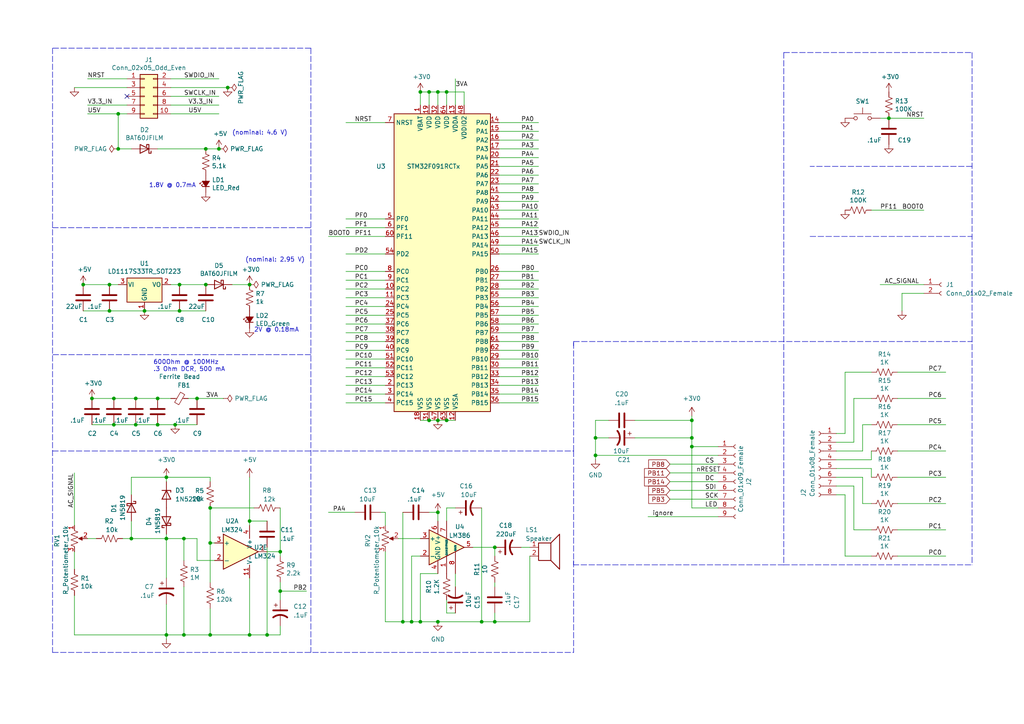
<source format=kicad_sch>
(kicad_sch (version 20211123) (generator eeschema)
  (paper "A4")
  (title_block (title "STM32F091 Dev Board") (date "2020-06-22") (rev "1"))
  (junction (at 39.37 123.19))
  (junction (at 72.39 184.15))
  (junction (at 59.69 43.18))
  (junction (at 66.04 25.4))
  (junction (at 200.66 127))
  (junction (at 200.66 129.54))
  (junction (at 127 26.67))
  (junction (at 172.72 132.08))
  (junction (at 143.51 158.75))
  (junction (at 143.51 180.34))
  (junction (at 129.54 121.92))
  (junction (at 39.37 115.57))
  (junction (at 48.26 184.15))
  (junction (at 60.96 147.32))
  (junction (at 52.07 90.17))
  (junction (at 116.84 180.34))
  (junction (at 121.92 180.34))
  (junction (at 53.34 184.15))
  (junction (at 139.7 180.34))
  (junction (at 48.26 138.43))
  (junction (at 124.46 121.92))
  (junction (at 52.07 82.55))
  (junction (at 121.92 26.67))
  (junction (at 45.72 123.19))
  (junction (at 34.29 33.02))
  (junction (at 77.47 184.15))
  (junction (at 257.81 34.29))
  (junction (at 124.46 26.67))
  (junction (at 33.02 115.57))
  (junction (at 127 180.34))
  (junction (at 38.1 156.21))
  (junction (at 129.54 26.67))
  (junction (at 81.28 160.02))
  (junction (at 127 148.59))
  (junction (at 127 121.92))
  (junction (at 81.28 171.45))
  (junction (at 72.39 151.13))
  (junction (at 31.75 90.17))
  (junction (at 119.38 180.34))
  (junction (at 59.69 82.55))
  (junction (at 50.8 123.19))
  (junction (at 41.91 90.17))
  (junction (at 60.96 184.15))
  (junction (at 200.66 121.92))
  (junction (at 60.96 157.48))
  (junction (at 72.39 82.55))
  (junction (at 48.26 156.21))
  (junction (at 26.67 115.57))
  (junction (at 34.29 43.18))
  (junction (at 172.72 127))
  (junction (at 63.5 43.18))
  (junction (at 45.72 115.57))
  (junction (at 33.02 123.19))
  (junction (at 24.13 82.55))
  (junction (at 57.15 115.57))
  (junction (at 31.75 82.55))
  (junction (at 53.34 156.21))
  (no_connect (at 36.83 27.94))
  (wire (pts (xy 172.72 121.92) (xy 172.72 127)))
  (wire (pts (xy 111.76 78.74) (xy 100.33 78.74)))
  (wire (pts (xy 144.78 63.5) (xy 156.21 63.5)))
  (wire (pts (xy 48.26 175.26) (xy 48.26 184.15)))
  (wire (pts (xy 255.27 34.29) (xy 257.81 34.29)))
  (wire (pts (xy 121.92 166.37) (xy 121.92 180.34)))
  (wire (pts (xy 48.26 138.43) (xy 60.96 138.43)))
  (wire (pts (xy 24.13 90.17) (xy 31.75 90.17)))
  (wire (pts (xy 153.67 161.29) (xy 153.67 180.34)))
  (wire (pts (xy 144.78 91.44) (xy 156.21 91.44)))
  (wire (pts (xy 38.1 138.43) (xy 48.26 138.43)))
  (wire (pts (xy 252.73 135.89) (xy 252.73 138.43)))
  (wire (pts (xy 144.78 60.96) (xy 156.21 60.96)))
  (wire (pts (xy 250.19 138.43) (xy 250.19 146.05)))
  (wire (pts (xy 127 180.34) (xy 139.7 180.34)))
  (wire (pts (xy 260.35 161.29) (xy 274.32 161.29)))
  (wire (pts (xy 200.66 120.65) (xy 200.66 121.92)))
  (wire (pts (xy 111.76 35.56) (xy 100.33 35.56)))
  (wire (pts (xy 111.76 63.5) (xy 100.33 63.5)))
  (wire (pts (xy 260.35 138.43) (xy 274.32 138.43)))
  (wire (pts (xy 41.91 90.17) (xy 52.07 90.17)))
  (wire (pts (xy 21.59 160.02) (xy 21.59 165.1)))
  (wire (pts (xy 34.29 43.18) (xy 38.1 43.18)))
  (wire (pts (xy 144.78 116.84) (xy 156.21 116.84)))
  (wire (pts (xy 124.46 30.48) (xy 124.46 26.67)))
  (wire (pts (xy 242.57 140.97) (xy 247.65 140.97)))
  (wire (pts (xy 49.53 27.94) (xy 63.5 27.94)))
  (wire (pts (xy 39.37 115.57) (xy 45.72 115.57)))
  (wire (pts (xy 129.54 177.8) (xy 132.08 177.8)))
  (wire (pts (xy 257.81 34.29) (xy 267.97 34.29)))
  (wire (pts (xy 129.54 173.99) (xy 129.54 177.8)))
  (wire (pts (xy 53.34 184.15) (xy 60.96 184.15)))
  (wire (pts (xy 53.34 156.21) (xy 57.15 156.21)))
  (wire (pts (xy 250.19 130.81) (xy 250.19 123.19)))
  (wire (pts (xy 111.76 180.34) (xy 116.84 180.34)))
  (wire (pts (xy 144.78 81.28) (xy 156.21 81.28)))
  (wire (pts (xy 48.26 156.21) (xy 53.34 156.21)))
  (wire (pts (xy 111.76 111.76) (xy 100.33 111.76)))
  (wire (pts (xy 129.54 30.48) (xy 129.54 26.67)))
  (wire (pts (xy 252.73 60.96) (xy 267.97 60.96)))
  (wire (pts (xy 245.11 125.73) (xy 245.11 107.95)))
  (wire (pts (xy 115.57 156.21) (xy 121.92 156.21)))
  (wire (pts (xy 261.62 85.09) (xy 261.62 90.17)))
  (wire (pts (xy 252.73 130.81) (xy 252.73 133.35)))
  (wire (pts (xy 200.66 127) (xy 200.66 121.92)))
  (wire (pts (xy 132.08 166.37) (xy 132.08 170.18)))
  (wire (pts (xy 172.72 132.08) (xy 172.72 133.35)))
  (wire (pts (xy 72.39 184.15) (xy 77.47 184.15)))
  (wire (pts (xy 54.61 115.57) (xy 57.15 115.57)))
  (wire (pts (xy 95.25 68.58) (xy 111.76 68.58)))
  (wire (pts (xy 151.13 158.75) (xy 153.67 158.75)))
  (wire (pts (xy 33.02 123.19) (xy 39.37 123.19)))
  (wire (pts (xy 144.78 68.58) (xy 156.21 68.58)))
  (wire (pts (xy 144.78 48.26) (xy 156.21 48.26)))
  (wire (pts (xy 260.35 130.81) (xy 274.32 130.81)))
  (polyline (pts (xy 166.37 99.06) (xy 166.37 100.33)))
  (wire (pts (xy 144.78 53.34) (xy 156.21 53.34)))
  (wire (pts (xy 111.76 83.82) (xy 100.33 83.82)))
  (wire (pts (xy 111.76 66.04) (xy 100.33 66.04)))
  (wire (pts (xy 172.72 127) (xy 172.72 132.08)))
  (wire (pts (xy 250.19 123.19) (xy 252.73 123.19)))
  (wire (pts (xy 77.47 184.15) (xy 81.28 184.15)))
  (wire (pts (xy 132.08 30.48) (xy 132.08 22.86)))
  (wire (pts (xy 52.07 90.17) (xy 59.69 90.17)))
  (wire (pts (xy 194.31 137.16) (xy 208.28 137.16)))
  (wire (pts (xy 119.38 161.29) (xy 121.92 161.29)))
  (wire (pts (xy 72.39 151.13) (xy 77.47 151.13)))
  (wire (pts (xy 48.26 138.43) (xy 48.26 139.7)))
  (wire (pts (xy 48.26 184.15) (xy 48.26 185.42)))
  (wire (pts (xy 127 151.13) (xy 127 148.59)))
  (wire (pts (xy 39.37 123.19) (xy 45.72 123.19)))
  (polyline (pts (xy 227.33 163.83) (xy 166.37 163.83)))
  (wire (pts (xy 72.39 167.64) (xy 72.39 184.15)))
  (wire (pts (xy 260.35 123.19) (xy 274.32 123.19)))
  (polyline (pts (xy 15.24 13.97) (xy 15.24 189.23)))
  (wire (pts (xy 129.54 121.92) (xy 132.08 121.92)))
  (wire (pts (xy 144.78 114.3) (xy 156.21 114.3)))
  (wire (pts (xy 36.83 22.86) (xy 25.4 22.86)))
  (wire (pts (xy 119.38 161.29) (xy 119.38 180.34)))
  (wire (pts (xy 127 30.48) (xy 127 26.67)))
  (wire (pts (xy 49.53 30.48) (xy 63.5 30.48)))
  (polyline (pts (xy 234.95 99.06) (xy 281.94 99.06)))
  (wire (pts (xy 208.28 129.54) (xy 200.66 129.54)))
  (wire (pts (xy 38.1 151.13) (xy 38.1 156.21)))
  (wire (pts (xy 184.15 127) (xy 200.66 127)))
  (wire (pts (xy 200.66 129.54) (xy 200.66 147.32)))
  (wire (pts (xy 247.65 140.97) (xy 247.65 153.67)))
  (wire (pts (xy 36.83 30.48) (xy 25.4 30.48)))
  (wire (pts (xy 21.59 137.16) (xy 21.59 152.4)))
  (wire (pts (xy 52.07 82.55) (xy 59.69 82.55)))
  (wire (pts (xy 111.76 91.44) (xy 100.33 91.44)))
  (wire (pts (xy 77.47 160.02) (xy 81.28 160.02)))
  (polyline (pts (xy 90.17 102.87) (xy 15.24 102.87)))
  (wire (pts (xy 21.59 184.15) (xy 48.26 184.15)))
  (wire (pts (xy 116.84 180.34) (xy 119.38 180.34)))
  (wire (pts (xy 48.26 154.94) (xy 48.26 156.21)))
  (wire (pts (xy 111.76 96.52) (xy 100.33 96.52)))
  (wire (pts (xy 33.02 115.57) (xy 39.37 115.57)))
  (wire (pts (xy 242.57 125.73) (xy 245.11 125.73)))
  (wire (pts (xy 24.13 82.55) (xy 31.75 82.55)))
  (wire (pts (xy 144.78 101.6) (xy 156.21 101.6)))
  (wire (pts (xy 144.78 104.14) (xy 156.21 104.14)))
  (wire (pts (xy 144.78 86.36) (xy 156.21 86.36)))
  (wire (pts (xy 111.76 81.28) (xy 100.33 81.28)))
  (wire (pts (xy 187.96 149.86) (xy 208.28 149.86)))
  (wire (pts (xy 45.72 123.19) (xy 50.8 123.19)))
  (wire (pts (xy 144.78 93.98) (xy 156.21 93.98)))
  (wire (pts (xy 111.76 116.84) (xy 100.33 116.84)))
  (wire (pts (xy 81.28 171.45) (xy 88.9 171.45)))
  (polyline (pts (xy 234.95 68.58) (xy 281.94 68.58)))
  (polyline (pts (xy 90.17 13.97) (xy 90.17 189.23)))
  (wire (pts (xy 26.67 123.19) (xy 33.02 123.19)))
  (wire (pts (xy 57.15 162.56) (xy 62.23 162.56)))
  (wire (pts (xy 121.92 26.67) (xy 124.46 26.67)))
  (wire (pts (xy 63.5 43.18) (xy 59.69 43.18)))
  (wire (pts (xy 267.97 85.09) (xy 261.62 85.09)))
  (wire (pts (xy 25.4 156.21) (xy 27.94 156.21)))
  (wire (pts (xy 260.35 146.05) (xy 274.32 146.05)))
  (wire (pts (xy 60.96 147.32) (xy 60.96 157.48)))
  (wire (pts (xy 242.57 130.81) (xy 250.19 130.81)))
  (wire (pts (xy 21.59 172.72) (xy 21.59 184.15)))
  (wire (pts (xy 77.47 158.75) (xy 77.47 184.15)))
  (wire (pts (xy 144.78 55.88) (xy 156.21 55.88)))
  (wire (pts (xy 242.57 133.35) (xy 252.73 133.35)))
  (wire (pts (xy 144.78 40.64) (xy 156.21 40.64)))
  (wire (pts (xy 60.96 157.48) (xy 62.23 157.48)))
  (wire (pts (xy 144.78 35.56) (xy 156.21 35.56)))
  (polyline (pts (xy 281.94 48.26) (xy 234.95 48.26)))
  (wire (pts (xy 200.66 147.32) (xy 208.28 147.32)))
  (wire (pts (xy 21.59 25.4) (xy 36.83 25.4)))
  (wire (pts (xy 49.53 82.55) (xy 52.07 82.55)))
  (polyline (pts (xy 166.37 163.83) (xy 166.37 162.56)))
  (wire (pts (xy 111.76 152.4) (xy 111.76 148.59)))
  (wire (pts (xy 144.78 111.76) (xy 156.21 111.76)))
  (wire (pts (xy 242.57 135.89) (xy 252.73 135.89)))
  (wire (pts (xy 144.78 109.22) (xy 156.21 109.22)))
  (wire (pts (xy 245.11 107.95) (xy 252.73 107.95)))
  (polyline (pts (xy 227.33 15.24) (xy 281.94 15.24)))
  (polyline (pts (xy 15.24 66.04) (xy 90.17 66.04)))
  (wire (pts (xy 260.35 115.57) (xy 274.32 115.57)))
  (wire (pts (xy 38.1 156.21) (xy 48.26 156.21)))
  (wire (pts (xy 72.39 138.43) (xy 72.39 151.13)))
  (wire (pts (xy 121.92 180.34) (xy 127 180.34)))
  (wire (pts (xy 247.65 115.57) (xy 252.73 115.57)))
  (wire (pts (xy 194.31 142.24) (xy 208.28 142.24)))
  (wire (pts (xy 57.15 156.21) (xy 57.15 162.56)))
  (wire (pts (xy 48.26 184.15) (xy 53.34 184.15)))
  (wire (pts (xy 129.54 26.67) (xy 134.62 26.67)))
  (wire (pts (xy 134.62 26.67) (xy 134.62 30.48)))
  (wire (pts (xy 124.46 26.67) (xy 127 26.67)))
  (wire (pts (xy 116.84 148.59) (xy 116.84 180.34)))
  (wire (pts (xy 144.78 96.52) (xy 156.21 96.52)))
  (wire (pts (xy 111.76 109.22) (xy 100.33 109.22)))
  (wire (pts (xy 81.28 160.02) (xy 81.28 161.29)))
  (wire (pts (xy 242.57 128.27) (xy 247.65 128.27)))
  (wire (pts (xy 121.92 121.92) (xy 124.46 121.92)))
  (wire (pts (xy 260.35 107.95) (xy 274.32 107.95)))
  (wire (pts (xy 172.72 127) (xy 176.53 127)))
  (wire (pts (xy 127 166.37) (xy 121.92 166.37)))
  (wire (pts (xy 49.53 33.02) (xy 63.5 33.02)))
  (wire (pts (xy 194.31 139.7) (xy 208.28 139.7)))
  (wire (pts (xy 48.26 156.21) (xy 48.26 167.64)))
  (wire (pts (xy 242.57 143.51) (xy 245.11 143.51)))
  (wire (pts (xy 60.96 138.43) (xy 60.96 139.7)))
  (wire (pts (xy 95.25 148.59) (xy 102.87 148.59)))
  (wire (pts (xy 144.78 43.18) (xy 156.21 43.18)))
  (wire (pts (xy 144.78 78.74) (xy 156.21 78.74)))
  (polyline (pts (xy 15.24 189.23) (xy 166.37 189.23)))
  (wire (pts (xy 111.76 104.14) (xy 100.33 104.14)))
  (polyline (pts (xy 227.33 15.24) (xy 227.33 163.83)))
  (wire (pts (xy 124.46 148.59) (xy 127 148.59)))
  (wire (pts (xy 119.38 180.34) (xy 121.92 180.34)))
  (wire (pts (xy 60.96 147.32) (xy 73.66 147.32)))
  (wire (pts (xy 250.19 146.05) (xy 252.73 146.05)))
  (wire (pts (xy 49.53 25.4) (xy 66.04 25.4)))
  (polyline (pts (xy 166.37 130.81) (xy 166.37 189.23)))
  (wire (pts (xy 260.35 153.67) (xy 274.32 153.67)))
  (wire (pts (xy 53.34 156.21) (xy 53.34 162.56)))
  (wire (pts (xy 143.51 177.8) (xy 143.51 180.34)))
  (wire (pts (xy 176.53 121.92) (xy 172.72 121.92)))
  (wire (pts (xy 34.29 33.02) (xy 25.4 33.02)))
  (wire (pts (xy 111.76 101.6) (xy 100.33 101.6)))
  (wire (pts (xy 143.51 168.91) (xy 143.51 170.18)))
  (wire (pts (xy 242.57 138.43) (xy 250.19 138.43)))
  (wire (pts (xy 139.7 147.32) (xy 139.7 180.34)))
  (wire (pts (xy 26.67 115.57) (xy 33.02 115.57)))
  (wire (pts (xy 144.78 50.8) (xy 156.21 50.8)))
  (wire (pts (xy 137.16 158.75) (xy 143.51 158.75)))
  (wire (pts (xy 50.8 123.19) (xy 57.15 123.19)))
  (wire (pts (xy 247.65 153.67) (xy 252.73 153.67)))
  (wire (pts (xy 72.39 151.13) (xy 72.39 152.4)))
  (wire (pts (xy 143.51 180.34) (xy 153.67 180.34)))
  (wire (pts (xy 59.69 43.18) (xy 45.72 43.18)))
  (wire (pts (xy 111.76 86.36) (xy 100.33 86.36)))
  (polyline (pts (xy 90.17 13.97) (xy 15.24 13.97)))
  (wire (pts (xy 110.49 148.59) (xy 111.76 148.59)))
  (wire (pts (xy 129.54 151.13) (xy 129.54 147.32)))
  (wire (pts (xy 172.72 132.08) (xy 208.28 132.08)))
  (wire (pts (xy 60.96 176.53) (xy 60.96 184.15)))
  (wire (pts (xy 81.28 181.61) (xy 81.28 184.15)))
  (wire (pts (xy 129.54 147.32) (xy 132.08 147.32)))
  (wire (pts (xy 144.78 71.12) (xy 156.21 71.12)))
  (wire (pts (xy 144.78 73.66) (xy 156.21 73.66)))
  (wire (pts (xy 45.72 115.57) (xy 49.53 115.57)))
  (wire (pts (xy 127 121.92) (xy 129.54 121.92)))
  (wire (pts (xy 38.1 156.21) (xy 35.56 156.21)))
  (wire (pts (xy 67.31 82.55) (xy 72.39 82.55)))
  (wire (pts (xy 49.53 22.86) (xy 63.5 22.86)))
  (wire (pts (xy 57.15 115.57) (xy 64.77 115.57)))
  (wire (pts (xy 200.66 121.92) (xy 184.15 121.92)))
  (wire (pts (xy 111.76 160.02) (xy 111.76 180.34)))
  (wire (pts (xy 247.65 128.27) (xy 247.65 115.57)))
  (wire (pts (xy 53.34 170.18) (xy 53.34 184.15)))
  (wire (pts (xy 81.28 173.99) (xy 81.28 171.45)))
  (wire (pts (xy 144.78 106.68) (xy 156.21 106.68)))
  (wire (pts (xy 111.76 99.06) (xy 100.33 99.06)))
  (wire (pts (xy 194.31 134.62) (xy 208.28 134.62)))
  (wire (pts (xy 144.78 66.04) (xy 156.21 66.04)))
  (wire (pts (xy 124.46 121.92) (xy 127 121.92)))
  (wire (pts (xy 31.75 90.17) (xy 41.91 90.17)))
  (wire (pts (xy 38.1 138.43) (xy 38.1 143.51)))
  (wire (pts (xy 60.96 184.15) (xy 72.39 184.15)))
  (wire (pts (xy 245.11 161.29) (xy 252.73 161.29)))
  (polyline (pts (xy 281.94 15.24) (xy 281.94 163.83)))
  (wire (pts (xy 144.78 38.1) (xy 156.21 38.1)))
  (wire (pts (xy 200.66 129.54) (xy 200.66 127)))
  (wire (pts (xy 144.78 58.42) (xy 156.21 58.42)))
  (wire (pts (xy 60.96 157.48) (xy 60.96 168.91)))
  (wire (pts (xy 34.29 82.55) (xy 31.75 82.55)))
  (wire (pts (xy 121.92 30.48) (xy 121.92 26.67)))
  (wire (pts (xy 34.29 33.02) (xy 34.29 43.18)))
  (wire (pts (xy 36.83 33.02) (xy 34.29 33.02)))
  (wire (pts (xy 111.76 93.98) (xy 100.33 93.98)))
  (wire (pts (xy 111.76 106.68) (xy 100.33 106.68)))
  (wire (pts (xy 245.11 143.51) (xy 245.11 161.29)))
  (wire (pts (xy 144.78 99.06) (xy 156.21 99.06)))
  (polyline (pts (xy 166.37 99.06) (xy 234.95 99.06)))
  (wire (pts (xy 81.28 147.32) (xy 81.28 160.02)))
  (wire (pts (xy 143.51 158.75) (xy 143.51 161.29)))
  (wire (pts (xy 255.27 82.55) (xy 267.97 82.55)))
  (wire (pts (xy 81.28 168.91) (xy 81.28 171.45)))
  (wire (pts (xy 144.78 88.9) (xy 156.21 88.9)))
  (polyline (pts (xy 166.37 130.81) (xy 166.37 99.06)))
  (wire (pts (xy 139.7 180.34) (xy 143.51 180.34)))
  (wire (pts (xy 144.78 83.82) (xy 156.21 83.82)))
  (wire (pts (xy 127 26.67) (xy 129.54 26.67)))
  (wire (pts (xy 144.78 45.72) (xy 156.21 45.72)))
  (wire (pts (xy 111.76 88.9) (xy 100.33 88.9)))
  (wire (pts (xy 194.31 144.78) (xy 208.28 144.78)))
  (wire (pts (xy 111.76 73.66) (xy 100.33 73.66)))
  (polyline (pts (xy 15.24 130.81) (xy 166.37 130.81)))
  (wire (pts (xy 111.76 114.3) (xy 100.33 114.3)))
  (polyline (pts (xy 227.33 163.83) (xy 281.94 163.83)))
  (text "600Ohm @ 100MHz\n.3 Ohm DCR, 500 mA" (at 44.45 107.95 0) (effects (font (size 1.27 1.27)) (justify left bottom)))
  (text "(nominal: 4.6 V)" (at 67.31 39.37 0) (effects (font (size 1.27 1.27)) (justify left bottom)))
  (text "2V @ 0.18mA" (at 73.66 96.52 0) (effects (font (size 1.27 1.27)) (justify left bottom)))
  (text "(nominal: 2.95 V)" (at 71.12 76.2 0) (effects (font (size 1.27 1.27)) (justify left bottom)))
  (text "1.8V @ 0.7mA" (at 43.18 54.61 0) (effects (font (size 1.27 1.27)) (justify left bottom)))
  (label "PA7" (at 151.13 53.34 0))
  (label "PA6" (at 151.13 50.8 0))
  (label "PA3" (at 151.13 43.18 0))
  (label "PF0" (at 102.87 63.5 0))
  (label "PB2" (at 85.09 171.45 0))
  (label "PF1" (at 102.87 66.04 0))
  (label "PB4" (at 151.13 88.9 0))
  (label "PC3" (at 102.87 86.36 0))
  (label "PC14" (at 102.87 114.3 0))
  (label "PA8" (at 151.13 55.88 0))
  (label "PC11" (at 102.87 106.68 0))
  (label "3VA" (at 59.69 115.57 0))
  (label "DC" (at 204.47 139.7 0))
  (label "AC_SIGNAL" (at 256.54 82.55 0))
  (label "U5V" (at 25.4 33.02 0))
  (label "PC6" (at 269.24 115.57 0))
  (label "PC0" (at 269.24 161.29 0))
  (label "PB10" (at 151.13 104.14 0))
  (label "PA2" (at 151.13 40.64 0))
  (label "LED" (at 204.47 147.32 0))
  (label "PD2" (at 102.87 73.66 0))
  (label "PC12" (at 102.87 109.22 0))
  (label "ignore" (at 189.23 149.86 0))
  (label "PB0" (at 151.13 78.74 0))
  (label "PB2" (at 151.13 83.82 0))
  (label "PA10" (at 151.13 60.96 0))
  (label "PA4" (at 96.52 148.59 0))
  (label "CS" (at 204.47 134.62 0))
  (label "PA15" (at 151.13 73.66 0))
  (label "PC1" (at 102.87 81.28 0))
  (label "PC7" (at 269.24 107.95 0))
  (label "PA11" (at 151.13 63.5 0))
  (label "PC5" (at 102.87 91.44 0))
  (label "NRST" (at 262.89 34.29 0))
  (label "PC5" (at 269.24 123.19 0))
  (label "PA0" (at 151.13 35.56 0))
  (label "PC2" (at 269.24 146.05 0))
  (label "PC4" (at 269.24 130.81 0))
  (label "U5V" (at 54.61 33.02 0))
  (label "PC3" (at 269.24 138.43 0))
  (label "3VA" (at 132.08 25.4 0))
  (label "PA1" (at 151.13 38.1 0))
  (label "PB14" (at 151.13 114.3 0))
  (label "PB11" (at 151.13 106.68 0))
  (label "PA14" (at 151.13 71.12 0))
  (label "PC6" (at 102.87 93.98 0))
  (label "PB8" (at 151.13 99.06 0))
  (label "PB5" (at 151.13 91.44 0))
  (label "PC0" (at 102.87 78.74 0))
  (label "PF11" (at 255.27 60.96 0))
  (label "PB9" (at 151.13 101.6 0))
  (label "SCK" (at 204.47 144.78 0))
  (label "PA13" (at 151.13 68.58 0))
  (label "PC1" (at 269.24 153.67 0))
  (label "PC10" (at 102.87 104.14 0))
  (label "BOOT0" (at 261.62 60.96 0))
  (label "PB6" (at 151.13 93.98 0))
  (label "PC15" (at 102.87 116.84 0))
  (label "PB1" (at 151.13 81.28 0))
  (label "PA9" (at 151.13 58.42 0))
  (label "SWCLK_IN" (at 156.21 71.12 0))
  (label "PA5" (at 151.13 48.26 0))
  (label "nRESET" (at 201.93 137.16 0))
  (label "V3.3_IN" (at 25.4 30.48 0))
  (label "V3.3_IN" (at 54.61 30.48 0))
  (label "PC9" (at 102.87 101.6 0))
  (label "PC13" (at 102.87 111.76 0))
  (label "SDI" (at 204.47 142.24 0))
  (label "PA4" (at 151.13 45.72 0))
  (label "PB7" (at 151.13 96.52 0))
  (label "BOOT0" (at 95.25 68.58 0))
  (label "PB3" (at 151.13 86.36 0))
  (label "PC7" (at 102.87 96.52 0))
  (label "PC4" (at 102.87 88.9 0))
  (label "SWDIO_IN" (at 156.21 68.58 0))
  (label "PF11" (at 102.87 68.58 0))
  (label "NRST" (at 102.87 35.56 0))
  (label "NRST" (at 25.4 22.86 0))
  (label "PA12" (at 151.13 66.04 0))
  (label "PC2" (at 102.87 83.82 0))
  (label "SWDIO_IN" (at 53.34 22.86 0))
  (label "AC_SIGNAL" (at 21.59 147.32 90))
  (label "PB12" (at 151.13 109.22 0))
  (label "SWCLK_IN" (at 53.34 27.94 0))
  (label "PB15" (at 151.13 116.84 0))
  (label "PC8" (at 102.87 99.06 0))
  (label "PB13" (at 151.13 111.76 0))
  (global_label "PB11" (shape input) (at 194.31 137.16 180) (property "Intersheet References" "${INTERSHEET_REFS}" (effects hide)))
  (global_label "PB8" (shape input) (at 194.31 134.62 180) (property "Intersheet References" "${INTERSHEET_REFS}" (effects hide)))
  (global_label "PB5" (shape input) (at 194.31 142.24 180) (property "Intersheet References" "${INTERSHEET_REFS}" (effects hide)))
  (global_label "PB3" (shape input) (at 194.31 144.78 180) (property "Intersheet References" "${INTERSHEET_REFS}" (effects hide)))
  (global_label "PB14" (shape input) (at 194.31 139.7 180) (property "Intersheet References" "${INTERSHEET_REFS}" (effects hide)))
  (symbol (lib_id "Device:R_US") (at 257.81 30.48 0) (unit 1)
    (property "Reference" "R13" (at 259.5372 29.3116 0) (effects (justify left)))
    (property "Value" "100K" (at 259.5372 31.623 0) (effects (justify left)))
    (property "Footprint" "Resistor_THT:R_Axial_DIN0207_L6.3mm_D2.5mm_P7.62mm_Horizontal" (effects hide))
  )
  (symbol (lib_id "Switch:SW_Push") (at 250.19 34.29 0) (unit 1)
    (property "Reference" "SW1" (at 250.19 29.3878 0))
    (property "Value" "SW_Push" (effects hide))
    (property "Footprint" "Button_Switch_THT:SW_PUSH-12mm_Wuerth-430476085716" (effects hide))
  )
  (symbol (lib_id "power:GND") (at 257.81 41.91 0) (unit 1)
    (property "Reference" "#PWR021" (effects hide))
    (property "Value" "GND" (effects hide))
  )
  (symbol (lib_id "power:GND") (at 245.11 34.29 0) (unit 1)
    (property "Reference" "#PWR018" (effects hide))
    (property "Value" "GND" (effects hide))
  )
  (symbol (lib_id "stm32f091-rescue:Ferrite_Bead_Small-Device") (at 52.07 115.57 270) (unit 1)
    (property "Reference" "FB1" (at 53.34 111.76 90))
    (property "Value" "Ferrite Bead" (at 52.07 109.22 90))
    (property "Footprint" "Inductor_SMD:L_0805_2012Metric_Pad1.15x1.40mm_HandSolder" (effects hide))
  )
  (symbol (lib_id "Connector_Generic:Conn_02x05_Odd_Even") (at 41.91 27.94 0) (unit 1)
    (property "Reference" "J1" (at 43.18 17.3482 0))
    (property "Value" "Conn_02x05_Odd_Even" (at 43.18 19.6596 0))
    (property "Footprint" "Connector_IDC:IDC-Header_2x05_P2.54mm_Vertical" (effects hide))
  )
  (symbol (lib_id "power:GND") (at 21.59 25.4 0) (unit 1)
    (property "Reference" "#PWR01" (effects hide))
    (property "Value" "GND" (effects hide))
  )
  (symbol (lib_id "power:GND") (at 66.04 25.4 0) (unit 1)
    (property "Reference" "#PWR010" (effects hide))
    (property "Value" "GND" (effects hide))
  )
  (symbol (lib_id "Regulator_Linear:LD1117S33TR_SOT223") (at 41.91 82.55 0) (unit 1)
    (property "Reference" "U1" (at 41.91 76.4032 0))
    (property "Value" "LD1117S33TR_SOT223" (at 41.91 78.7146 0))
    (property "Footprint" "Package_TO_SOT_SMD:SOT-223-3_TabPin2" (effects hide))
    (property "Datasheet" "http://www.st.com/st-web-ui/static/active/en/resource/technical/document/datasheet/CD00000544.pdf" (effects hide))
  )
  (symbol (lib_id "Device:C") (at 31.75 86.36 0) (unit 1)
    (property "Reference" "C3" (at 30.48 92.71 0) (effects (justify left)))
    (property "Value" ".1uF" (at 25.4 88.9 0) (effects (justify left)))
    (property "Footprint" "Capacitor_THT:C_Axial_L5.1mm_D3.1mm_P7.50mm_Horizontal" (effects hide))
    (property "Datasheet" "https://datasheet.lcsc.com/szlcsc/Samsung-Electro-Mechanics-CL21C101JBANNNC_C1790.pdf" (effects hide))
  )
  (symbol (lib_id "power:GND") (at 41.91 90.17 0) (unit 1)
    (property "Reference" "#PWR04" (effects hide))
    (property "Value" "GND" (effects hide))
  )
  (symbol (lib_id "power:PWR_FLAG") (at 34.29 43.18 90) (unit 1)
    (property "Reference" "#FLG01" (effects hide))
    (property "Value" "PWR_FLAG" (at 31.0642 43.18 90) (effects (justify left)))
  )
  (symbol (lib_id "power:PWR_FLAG") (at 66.04 25.4 270) (unit 1)
    (property "Reference" "#FLG04" (effects hide))
    (property "Value" "PWR_FLAG" (at 69.85 25.4 0))
  )
  (symbol (lib_id "Diode:BAT60A") (at 41.91 43.18 180) (unit 1)
    (property "Reference" "D2" (at 41.91 37.6682 0))
    (property "Value" "BAT60JFILM" (at 41.91 39.9796 0))
    (property "Footprint" "Diode_SMD:D_SOD-323" (effects hide))
    (property "Datasheet" "https://www.infineon.com/dgdl/Infineon-BAT60ASERIES-DS-v01_01-en.pdf?fileId=db3a304313d846880113def70c9304a9" (effects hide))
  )
  (symbol (lib_id "power:+5V") (at 63.5 43.18 0) (unit 1)
    (property "Reference" "#PWR09" (effects hide))
    (property "Value" "+5V" (at 63.881 38.7858 0))
  )
  (symbol (lib_id "power:+5V") (at 24.13 82.55 0) (unit 1)
    (property "Reference" "#PWR02" (effects hide))
    (property "Value" "+5V" (at 24.511 78.1558 0))
  )
  (symbol (lib_id "Diode:BAT60A") (at 63.5 82.55 180) (unit 1)
    (property "Reference" "D5" (at 63.5 77.0382 0))
    (property "Value" "BAT60JFILM" (at 63.5 79.3496 0))
    (property "Footprint" "Diode_SMD:D_SOD-323" (effects hide))
    (property "Datasheet" "https://www.infineon.com/dgdl/Infineon-BAT60ASERIES-DS-v01_01-en.pdf?fileId=db3a304313d846880113def70c9304a9" (effects hide))
  )
  (symbol (lib_id "MCU_ST_STM32F0:STM32F091RCTx") (at 129.54 76.2 0) (unit 1)
    (property "Reference" "U3" (at 110.49 48.26 0))
    (property "Value" "STM32F091RCTx" (at 125.73 48.26 0))
    (property "Footprint" "Package_QFP:LQFP-64_10x10mm_P0.5mm" (effects hide))
    (property "Datasheet" "http://www.st.com/st-web-ui/static/active/en/resource/technical/document/datasheet/DM00115237.pdf" (effects hide))
  )
  (symbol (lib_id "power:+3V0") (at 72.39 82.55 0) (unit 1)
    (property "Reference" "#PWR011" (effects hide))
    (property "Value" "+3V0" (at 72.771 78.1558 0))
  )
  (symbol (lib_id "power:+3V0") (at 26.67 115.57 0) (unit 1)
    (property "Reference" "#PWR03" (effects hide))
    (property "Value" "+3V0" (at 27.051 111.1758 0))
  )
  (symbol (lib_id "power:+3V0") (at 121.92 26.67 0) (unit 1)
    (property "Reference" "#PWR014" (effects hide))
    (property "Value" "+3V0" (at 122.301 22.2758 0))
  )
  (symbol (lib_id "power:+3V0") (at 257.81 26.67 0) (unit 1)
    (property "Reference" "#PWR020" (effects hide))
    (property "Value" "+3V0" (at 258.191 22.2758 0))
  )
  (symbol (lib_id "power:PWR_FLAG") (at 64.77 115.57 270) (unit 1)
    (property "Reference" "#FLG03" (effects hide))
    (property "Value" "PWR_FLAG" (at 68.0212 115.57 90) (effects (justify left)))
  )
  (symbol (lib_id "power:GND") (at 127 121.92 0) (unit 1)
    (property "Reference" "#PWR015" (effects hide))
    (property "Value" "GND" (effects hide))
  )
  (symbol (lib_id "Device:R_US") (at 59.69 46.99 0) (unit 1)
    (property "Reference" "R4" (at 61.4172 45.8216 0) (effects (justify left)))
    (property "Value" "5.1k" (at 61.4172 48.133 0) (effects (justify left)))
    (property "Footprint" "Resistor_THT:R_Axial_DIN0207_L6.3mm_D2.5mm_P7.62mm_Horizontal" (effects hide))
  )
  (symbol (lib_id "stm32f091-rescue:LED_Small_ALT-Device") (at 59.69 53.34 90) (unit 1)
    (property "Reference" "LD1" (at 61.468 52.1716 90) (effects (justify right)))
    (property "Value" "LED_Red" (at 61.468 54.483 90) (effects (justify right)))
    (property "Footprint" "LED_THT:LED_D2.0mm_W4.8mm_H2.5mm_FlatTop" (effects hide))
  )
  (symbol (lib_id "power:GND") (at 59.69 55.88 0) (unit 1)
    (property "Reference" "#PWR08" (effects hide))
    (property "Value" "GND" (effects hide))
  )
  (symbol (lib_id "Device:R_US") (at 72.39 86.36 0) (unit 1)
    (property "Reference" "R7" (at 74.1172 85.1916 0) (effects (justify left)))
    (property "Value" "1k" (at 74.1172 87.503 0) (effects (justify left)))
    (property "Footprint" "Resistor_THT:R_Axial_DIN0207_L6.3mm_D2.5mm_P7.62mm_Horizontal" (effects hide))
    (property "Datasheet" "https://datasheet.lcsc.com/szlcsc/Uniroyal-Elec-0805W8F3001T5E_C17661.pdf" (effects hide))
  )
  (symbol (lib_id "stm32f091-rescue:LED_Small_ALT-Device") (at 72.39 92.71 90) (unit 1)
    (property "Reference" "LD2" (at 74.168 91.5416 90) (effects (justify right)))
    (property "Value" "LED_Green" (at 74.168 93.853 90) (effects (justify right)))
    (property "Footprint" "LED_THT:LED_D2.0mm_W4.8mm_H2.5mm_FlatTop" (effects hide))
  )
  (symbol (lib_id "power:GND") (at 72.39 95.25 0) (unit 1)
    (property "Reference" "#PWR012" (effects hide))
    (property "Value" "GND" (effects hide))
  )
  (symbol (lib_id "power:GND") (at 245.11 60.96 0) (unit 1)
    (property "Reference" "#PWR019" (effects hide))
    (property "Value" "GND" (effects hide))
  )
  (symbol (lib_id "power:PWR_FLAG") (at 63.5 43.18 270) (unit 1)
    (property "Reference" "#FLG02" (effects hide))
    (property "Value" "PWR_FLAG" (at 66.7512 43.18 90) (effects (justify left)))
  )
  (symbol (lib_id "power:PWR_FLAG") (at 72.39 82.55 270) (unit 1)
    (property "Reference" "#FLG05" (effects hide))
    (property "Value" "PWR_FLAG" (at 75.6412 82.55 90) (effects (justify left)))
  )
  (symbol (lib_id "Device:C") (at 24.13 86.36 0) (unit 1)
    (property "Reference" "C1" (at 22.86 92.71 0) (effects (justify left)))
    (property "Value" "22uF" (at 19.05 88.9 0) (effects (justify left)))
    (property "Footprint" "Capacitor_THT:C_Axial_L5.1mm_D3.1mm_P7.50mm_Horizontal" (effects hide))
    (property "Datasheet" "https://datasheet.lcsc.com/szlcsc/Samsung-Electro-Mechanics-CL21A226MAQNNNE_C45783.pdf" (effects hide))
  )
  (symbol (lib_id "Device:C") (at 59.69 86.36 0) (unit 1)
    (property "Reference" "C10" (at 58.42 92.71 0) (effects (justify left)))
    (property "Value" "22uF" (at 54.61 88.9 0) (effects (justify left)))
    (property "Footprint" "Capacitor_THT:C_Axial_L5.1mm_D3.1mm_P7.50mm_Horizontal" (effects hide))
    (property "Datasheet" "https://datasheet.lcsc.com/szlcsc/Samsung-Electro-Mechanics-CL21A226MAQNNNE_C45783.pdf" (effects hide))
  )
  (symbol (lib_id "Device:C") (at 52.07 86.36 0) (unit 1)
    (property "Reference" "C8" (at 50.8 92.71 0) (effects (justify left)))
    (property "Value" ".1uF" (at 45.72 88.9 0) (effects (justify left)))
    (property "Footprint" "Capacitor_THT:C_Axial_L5.1mm_D3.1mm_P7.50mm_Horizontal" (effects hide))
    (property "Datasheet" "https://datasheet.lcsc.com/szlcsc/Samsung-Electro-Mechanics-CL21C101JBANNNC_C1790.pdf" (effects hide))
  )
  (symbol (lib_id "Device:C") (at 26.67 119.38 0) (unit 1)
    (property "Reference" "C2" (at 25.4 125.73 0) (effects (justify left)))
    (property "Value" ".1uF" (at 20.32 121.92 0) (effects (justify left)))
    (property "Footprint" "Capacitor_THT:C_Axial_L5.1mm_D3.1mm_P7.50mm_Horizontal" (effects hide))
  )
  (symbol (lib_id "Device:C") (at 33.02 119.38 0) (unit 1)
    (property "Reference" "C4" (at 31.75 125.73 0) (effects (justify left)))
    (property "Value" ".1uF" (at 26.67 121.92 0) (effects (justify left)))
    (property "Footprint" "Capacitor_THT:C_Axial_L5.1mm_D3.1mm_P7.50mm_Horizontal" (effects hide))
  )
  (symbol (lib_id "Device:C") (at 39.37 119.38 0) (unit 1)
    (property "Reference" "C5" (at 38.1 125.73 0) (effects (justify left)))
    (property "Value" ".1uF" (at 33.02 121.92 0) (effects (justify left)))
    (property "Footprint" "Capacitor_THT:C_Axial_L5.1mm_D3.1mm_P7.50mm_Horizontal" (effects hide))
  )
  (symbol (lib_id "Device:C") (at 45.72 119.38 0) (unit 1)
    (property "Reference" "C6" (at 44.45 125.73 0) (effects (justify left)))
    (property "Value" ".1uF" (at 39.37 121.92 0) (effects (justify left)))
    (property "Footprint" "Capacitor_THT:C_Axial_L5.1mm_D3.1mm_P7.50mm_Horizontal" (effects hide))
  )
  (symbol (lib_id "Device:C") (at 57.15 119.38 0) (unit 1)
    (property "Reference" "C9" (at 55.88 125.73 0) (effects (justify left)))
    (property "Value" ".1uF" (at 50.8 121.92 0) (effects (justify left)))
    (property "Footprint" "Capacitor_THT:C_Axial_L5.1mm_D3.1mm_P7.50mm_Horizontal" (effects hide))
  )
  (symbol (lib_id "Device:C") (at 257.81 38.1 0) (unit 1)
    (property "Reference" "C19" (at 260.35 40.64 0) (effects (justify left)))
    (property "Value" ".1uF" (at 251.46 40.64 0) (effects (justify left)))
    (property "Footprint" "Capacitor_THT:C_Axial_L5.1mm_D3.1mm_P7.50mm_Horizontal" (effects hide))
  )
  (symbol (lib_id "Device:R_US") (at 248.92 60.96 270) (unit 1)
    (property "Reference" "R12" (at 248.92 55.753 90))
    (property "Value" "100K" (at 248.92 58.0644 90))
    (property "Footprint" "Resistor_THT:R_Axial_DIN0207_L6.3mm_D2.5mm_P7.62mm_Horizontal" (effects hide))
  )
  (symbol (lib_id "power:GND") (at 50.8 123.19 0) (unit 1)
    (property "Reference" "#PWR07" (effects hide))
    (property "Value" "GND" (effects hide))
  )
  (symbol (lib_id "Diode:1N5819") (at 48.26 151.13 90) (unit 1)
    (property "Reference" "D4" (at 43.18 149.86 0) (effects (justify right)))
    (property "Value" "1N5819" (at 45.72 147.32 0) (effects (justify right)))
    (property "Footprint" "Diode_THT:D_DO-41_SOD81_P10.16mm_Horizontal" (effects hide))
    (property "Datasheet" "http://www.vishay.com/docs/88525/1n5817.pdf" (effects hide))
  )
  (symbol (lib_name "C_Polarized_US_2") (lib_id "Device:C_Polarized_US") (at 135.89 147.32 90) (unit 1)
    (property "Reference" "C16" (at 137.16 140.97 90) (effects (justify left)))
    (property "Value" "10uF" (at 138.43 143.51 90) (effects (justify left)))
    (property "Footprint" "Capacitor_THT:CP_Axial_L10.0mm_D4.5mm_P15.00mm_Horizontal" (effects hide))
  )
  (symbol (lib_id "Amplifier_Operational:LM324") (at 74.93 160.02 0) (unit 5)
    (property "Reference" "U2" (at 73.66 158.7499 0) (effects (justify left)))
    (property "Value" "LM324" (at 73.66 161.2899 0) (effects (justify left)))
    (property "Footprint" "local_models:U2" (effects hide))
    (property "Datasheet" "http://www.ti.com/lit/ds/symlink/lm2902-n.pdf" (effects hide))
  )
  (symbol (lib_name "C_Polarized_US_1") (lib_id "Device:C_Polarized_US") (at 48.26 171.45 0) (unit 1)
    (property "Reference" "C7" (at 41.91 170.18 0) (effects (justify left)))
    (property "Value" ".1uF" (at 40.64 172.72 0) (effects (justify left)))
    (property "Footprint" "Capacitor_THT:CP_Axial_L10.0mm_D4.5mm_P15.00mm_Horizontal" (effects hide))
  )
  (symbol (lib_id "Device:R_US") (at 256.54 130.81 270) (unit 1)
    (property "Reference" "R17" (at 256.54 125.603 90))
    (property "Value" "1K" (at 256.54 127.9144 90))
    (property "Footprint" "Resistor_THT:R_Axial_DIN0207_L6.3mm_D2.5mm_P7.62mm_Horizontal" (effects hide))
  )
  (symbol (lib_id "Connector:Conn_01x08_Female") (at 242.57 133.35 0) (unit 1)
    (property "Reference" "J2" (at 233.0449 144.145 90) (effects (justify left)))
    (property "Value" "Conn_01x08_Female" (at 235.5849 144.145 90) (effects (justify left)))
    (property "Footprint" "local_models:J2" (effects hide))
  )
  (symbol (lib_id "Device:R_US") (at 256.54 146.05 270) (unit 1)
    (property "Reference" "R19" (at 256.54 140.843 90))
    (property "Value" "1K" (at 256.54 143.1544 90))
    (property "Footprint" "Resistor_THT:R_Axial_DIN0207_L6.3mm_D2.5mm_P7.62mm_Horizontal" (effects hide))
  )
  (symbol (lib_id "power:GND") (at 261.62 90.17 0) (unit 1)
    (property "Reference" "#PWR022" (effects hide))
    (property "Value" "GND" (effects hide))
  )
  (symbol (lib_id "Device:R_US") (at 129.54 170.18 0) (unit 1)
    (property "Reference" "R10" (at 124.333 170.18 90))
    (property "Value" "1.2K" (at 126.6444 170.18 90))
    (property "Footprint" "Resistor_THT:R_Axial_DIN0207_L6.3mm_D2.5mm_P7.62mm_Horizontal" (effects hide))
  )
  (symbol (lib_id "Device:R_US") (at 81.28 165.1 0) (unit 1)
    (property "Reference" "R9" (at 83.0072 163.9316 0) (effects (justify left)))
    (property "Value" "2.2k" (at 83.0072 166.243 0) (effects (justify left)))
    (property "Footprint" "Resistor_THT:R_Axial_DIN0207_L6.3mm_D2.5mm_P7.62mm_Horizontal" (effects hide))
    (property "Datasheet" "https://datasheet.lcsc.com/szlcsc/Uniroyal-Elec-0805W8F3001T5E_C17661.pdf" (effects hide))
  )
  (symbol (lib_name "1N5819_1") (lib_id "Diode:1N5819") (at 38.1 147.32 270) (unit 1)
    (property "Reference" "D1" (at 33.02 146.05 0) (effects (justify left)))
    (property "Value" "1N5819" (at 35.56 143.51 0) (effects (justify left)))
    (property "Footprint" "Diode_THT:D_DO-41_SOD81_P10.16mm_Horizontal" (effects hide))
    (property "Datasheet" "http://www.vishay.com/docs/88525/1n5817.pdf" (effects hide))
  )
  (symbol (lib_id "Device:R_US") (at 53.34 166.37 0) (unit 1)
    (property "Reference" "R3" (at 55.0672 165.2016 0) (effects (justify left)))
    (property "Value" "1M" (at 55.0672 167.513 0) (effects (justify left)))
    (property "Footprint" "Resistor_THT:R_Axial_DIN0207_L6.3mm_D2.5mm_P7.62mm_Horizontal" (effects hide))
    (property "Datasheet" "https://datasheet.lcsc.com/szlcsc/Uniroyal-Elec-0805W8F3001T5E_C17661.pdf" (effects hide))
  )
  (symbol (lib_name "C_1") (lib_id "Device:C") (at 120.65 148.59 0) (unit 1)
    (property "Reference" "C14" (at 119.38 142.24 0) (effects (justify left)))
    (property "Value" ".1uF" (at 118.11 144.78 0) (effects (justify left)))
    (property "Footprint" "Capacitor_THT:C_Axial_L5.1mm_D3.1mm_P7.50mm_Horizontal" (effects hide))
  )
  (symbol (lib_id "power:+5V") (at 127 148.59 0) (unit 1)
    (property "Reference" "#PWR016" (effects hide))
    (property "Value" "+5V" (at 127 143.51 0))
  )
  (symbol (lib_id "Device:R_Potentiometer_US") (at 21.59 156.21 0) (unit 1)
    (property "Reference" "RV1" (at 16.51 154.94 90) (effects (justify right)))
    (property "Value" "R_Potentiometer_10k" (at 19.05 152.4 90) (effects (justify right)))
    (property "Footprint" "Potentiometer_THT:Potentiometer_Omeg_PC16BU_Vertical" (effects hide))
  )
  (symbol (lib_id "Amplifier_Audio:LM386") (at 129.54 158.75 0) (unit 1)
    (property "Reference" "U4" (at 133.35 152.781 0))
    (property "Value" "LM386" (at 133.35 155.321 0))
    (property "Footprint" "local_models:U4" (effects hide))
    (property "Datasheet" "http://www.ti.com/lit/ds/symlink/lm386.pdf" (effects hide))
  )
  (symbol (lib_id "Device:R_US") (at 256.54 161.29 270) (unit 1)
    (property "Reference" "R21" (at 256.54 156.083 90))
    (property "Value" "1K" (at 256.54 158.3944 90))
    (property "Footprint" "Resistor_THT:R_Axial_DIN0207_L6.3mm_D2.5mm_P7.62mm_Horizontal" (effects hide))
  )
  (symbol (lib_id "Device:R_US") (at 60.96 172.72 0) (unit 1)
    (property "Reference" "R6" (at 62.6872 171.5516 0) (effects (justify left)))
    (property "Value" "120k" (at 62.6872 173.863 0) (effects (justify left)))
    (property "Footprint" "Resistor_THT:R_Axial_DIN0207_L6.3mm_D2.5mm_P7.62mm_Horizontal" (effects hide))
    (property "Datasheet" "https://datasheet.lcsc.com/szlcsc/Uniroyal-Elec-0805W8F3001T5E_C17661.pdf" (effects hide))
  )
  (symbol (lib_name "C_Polarized_US_2") (lib_id "Device:C_Polarized_US") (at 147.32 158.75 90) (unit 1)
    (property "Reference" "C18" (at 148.59 152.4 90) (effects (justify left)))
    (property "Value" "220uF" (at 149.86 154.94 90) (effects (justify left)))
    (property "Footprint" "Capacitor_THT:CP_Axial_L10.0mm_D4.5mm_P15.00mm_Horizontal" (effects hide))
  )
  (symbol (lib_id "power:+5V") (at 72.39 138.43 0) (unit 1)
    (property "Reference" "#PWR013" (effects hide))
    (property "Value" "+5V" (at 72.39 133.35 0))
  )
  (symbol (lib_id "Connector:Conn_01x02_Female") (at 273.05 82.55 0) (unit 1)
    (property "Reference" "J1" (at 274.32 82.5499 0) (effects (justify left)))
    (property "Value" "Conn_01x02_Female" (at 274.32 85.0899 0) (effects (justify left)))
    (property "Footprint" "local_models:J1" (effects hide))
  )
  (symbol (lib_name "C_1") (lib_id "Device:C") (at 106.68 148.59 0) (unit 1)
    (property "Reference" "C13" (at 105.41 142.24 0) (effects (justify left)))
    (property "Value" "10uF" (at 104.14 144.78 0) (effects (justify left)))
    (property "Footprint" "Capacitor_THT:C_Axial_L5.1mm_D3.1mm_P7.50mm_Horizontal" (effects hide))
  )
  (symbol (lib_name "C_1") (lib_id "pspice:C") (at 180.34 121.92 180) (unit 1)
    (property "Reference" "C20" (at 180.34 114.3 0))
    (property "Value" ".1uF" (at 180.34 116.84 0))
    (property "Footprint" "Capacitor_THT:C_Axial_L5.1mm_D3.1mm_P7.50mm_Horizontal" (effects hide))
  )
  (symbol (lib_name "R_US_1") (lib_id "Device:R_US") (at 31.75 156.21 90) (unit 1)
    (property "Reference" "R2" (at 33.02 151.13 90) (effects (justify left)))
    (property "Value" "10k" (at 34.29 153.67 90) (effects (justify left)))
    (property "Footprint" "Resistor_THT:R_Axial_DIN0207_L6.3mm_D2.5mm_P7.62mm_Horizontal" (effects hide))
    (property "Datasheet" "https://datasheet.lcsc.com/szlcsc/Uniroyal-Elec-0805W8F3001T5E_C17661.pdf" (effects hide))
  )
  (symbol (lib_id "power:GND") (at 172.72 133.35 0) (unit 1)
    (property "Reference" "#PWR023" (effects hide))
    (property "Value" "GND" (at 172.72 137.7934 0))
  )
  (symbol (lib_id "Connector:Conn_01x09_Female") (at 213.36 139.7 0) (unit 1)
    (property "Reference" "J2" (at 217.17 140.97 90) (effects (justify left)))
    (property "Value" "Conn_01x09_Female" (at 214.8328 148.6662 90) (effects (justify left)))
    (property "Footprint" "local_models:J3" (effects hide))
  )
  (symbol (lib_name "R_US_1") (lib_id "Device:R_US") (at 77.47 147.32 90) (unit 1)
    (property "Reference" "R8" (at 78.74 142.24 90) (effects (justify left)))
    (property "Value" "12k" (at 80.01 144.78 90) (effects (justify left)))
    (property "Footprint" "Resistor_THT:R_Axial_DIN0207_L6.3mm_D2.5mm_P7.62mm_Horizontal" (effects hide))
    (property "Datasheet" "https://datasheet.lcsc.com/szlcsc/Uniroyal-Elec-0805W8F3001T5E_C17661.pdf" (effects hide))
  )
  (symbol (lib_id "power:GND") (at 127 180.34 0) (unit 1)
    (property "Reference" "#PWR017" (effects hide))
    (property "Value" "GND" (at 127 185.42 0))
  )
  (symbol (lib_id "Device:Speaker") (at 158.75 158.75 0) (unit 1)
    (property "Reference" "LS1" (at 152.4 153.6699 0) (effects (justify left)))
    (property "Value" "Speaker" (at 152.4 156.2099 0) (effects (justify left)))
    (property "Footprint" "local_models:LS1" (effects hide))
  )
  (symbol (lib_id "Device:C") (at 77.47 154.94 0) (unit 1)
    (property "Reference" "C11" (at 81.28 153.6699 0) (effects (justify left)))
    (property "Value" ".1uF" (at 81.28 156.2099 0) (effects (justify left)))
    (property "Footprint" "Capacitor_THT:C_Axial_L5.1mm_D3.1mm_P7.50mm_Horizontal" (effects hide))
  )
  (symbol (lib_name "LM324_1") (lib_id "Amplifier_Operational:LM324") (at 69.85 160.02 0) (unit 1)
    (property "Reference" "U2" (at 67.31 151.13 0))
    (property "Value" "LM324" (at 67.31 153.67 0))
    (property "Footprint" "local_models:U2" (effects hide))
    (property "Datasheet" "http://www.ti.com/lit/ds/symlink/lm2902-n.pdf" (effects hide))
  )
  (symbol (lib_id "Diode:1N53xxB") (at 48.26 143.51 270) (unit 1)
    (property "Reference" "D3" (at 50.8 142.2399 90) (effects (justify left)))
    (property "Value" "1N522B" (at 50.8 144.7799 90) (effects (justify left)))
    (property "Footprint" "Diode_THT:D_DO-201_P15.24mm_Horizontal" (effects hide))
    (property "Datasheet" "https://diotec.com/tl_files/diotec/files/pdf/datasheets/1n5345b.pdf" (effects hide))
  )
  (symbol (lib_id "Device:R_US") (at 21.59 168.91 0) (unit 1)
    (property "Reference" "R1" (at 23.3172 167.7416 0) (effects (justify left)))
    (property "Value" "10k" (at 23.3172 170.053 0) (effects (justify left)))
    (property "Footprint" "Resistor_THT:R_Axial_DIN0207_L6.3mm_D2.5mm_P7.62mm_Horizontal" (effects hide))
    (property "Datasheet" "https://datasheet.lcsc.com/szlcsc/Uniroyal-Elec-0805W8F3001T5E_C17661.pdf" (effects hide))
  )
  (symbol (lib_id "Device:C_Polarized_US") (at 81.28 177.8 0) (unit 1)
    (property "Reference" "C12" (at 85.09 175.8949 0) (effects (justify left)))
    (property "Value" ".1uF" (at 85.09 178.4349 0) (effects (justify left)))
    (property "Footprint" "Capacitor_THT:CP_Axial_L10.0mm_D4.5mm_P15.00mm_Horizontal" (effects hide))
  )
  (symbol (lib_name "C_Polarized_US_2") (lib_id "Device:C_Polarized_US") (at 180.34 127 270) (unit 1)
    (property "Reference" "C21" (at 179.07 133.35 90) (effects (justify left)))
    (property "Value" "10uF" (at 177.8 130.81 90) (effects (justify left)))
    (property "Footprint" "Capacitor_THT:CP_Axial_L10.0mm_D4.5mm_P15.00mm_Horizontal" (effects hide))
  )
  (symbol (lib_id "Device:R_US") (at 256.54 153.67 270) (unit 1)
    (property "Reference" "R20" (at 256.54 148.463 90))
    (property "Value" "1K" (at 256.54 150.7744 90))
    (property "Footprint" "Resistor_THT:R_Axial_DIN0207_L6.3mm_D2.5mm_P7.62mm_Horizontal" (effects hide))
  )
  (symbol (lib_id "Device:R_US") (at 256.54 107.95 270) (unit 1)
    (property "Reference" "R14" (at 256.54 102.743 90))
    (property "Value" "1K" (at 256.54 105.0544 90))
    (property "Footprint" "Resistor_THT:R_Axial_DIN0207_L6.3mm_D2.5mm_P7.62mm_Horizontal" (effects hide))
  )
  (symbol (lib_name "C_Polarized_US_2") (lib_id "Device:C_Polarized_US") (at 132.08 173.99 0) (mirror x) (unit 1)
    (property "Reference" "C15" (at 138.43 172.72 90) (effects (justify left)))
    (property "Value" "10uF" (at 135.89 171.45 90) (effects (justify left)))
    (property "Footprint" "Capacitor_THT:CP_Axial_L10.0mm_D4.5mm_P15.00mm_Horizontal" (effects hide))
  )
  (symbol (lib_id "Device:R_Potentiometer_US") (at 111.76 156.21 0) (unit 1)
    (property "Reference" "RV2" (at 106.68 154.94 90) (effects (justify right)))
    (property "Value" "R_Potentiometer_10k" (at 109.22 152.4 90) (effects (justify right)))
    (property "Footprint" "Potentiometer_THT:Potentiometer_Omeg_PC16BU_Vertical" (effects hide))
  )
  (symbol (lib_id "Device:R_US") (at 143.51 165.1 0) (unit 1)
    (property "Reference" "R11" (at 138.303 165.1 90))
    (property "Value" "10" (at 140.6144 165.1 90))
    (property "Footprint" "Resistor_THT:R_Axial_DIN0207_L6.3mm_D2.5mm_P7.62mm_Horizontal" (effects hide))
  )
  (symbol (lib_id "Device:R_US") (at 60.96 143.51 0) (mirror y) (unit 1)
    (property "Reference" "R5" (at 59.2328 142.3416 0) (effects (justify left)))
    (property "Value" "10k" (at 59.2328 144.653 0) (effects (justify left)))
    (property "Footprint" "Resistor_THT:R_Axial_DIN0207_L6.3mm_D2.5mm_P7.62mm_Horizontal" (effects hide))
    (property "Datasheet" "https://datasheet.lcsc.com/szlcsc/Uniroyal-Elec-0805W8F3001T5E_C17661.pdf" (effects hide))
  )
  (symbol (lib_id "power:GND") (at 48.26 185.42 0) (unit 1)
    (property "Reference" "#PWR06" (effects hide))
    (property "Value" "GND" (effects hide))
  )
  (symbol (lib_id "power:+3V0") (at 200.66 120.65 0) (unit 1)
    (property "Reference" "#PWR024" (effects hide))
    (property "Value" "+3V0" (at 200.66 115.57 0))
  )
  (symbol (lib_id "Device:R_US") (at 256.54 123.19 270) (unit 1)
    (property "Reference" "R16" (at 256.54 117.983 90))
    (property "Value" "1K" (at 256.54 120.2944 90))
    (property "Footprint" "Resistor_THT:R_Axial_DIN0207_L6.3mm_D2.5mm_P7.62mm_Horizontal" (effects hide))
  )
  (symbol (lib_name "C_1") (lib_id "Device:C") (at 143.51 173.99 270) (unit 1)
    (property "Reference" "C17" (at 149.86 172.72 0) (effects (justify left)))
    (property "Value" ".1uF" (at 147.32 171.45 0) (effects (justify left)))
    (property "Footprint" "Capacitor_THT:C_Axial_L5.1mm_D3.1mm_P7.50mm_Horizontal" (effects hide))
  )
  (symbol (lib_id "Device:R_US") (at 256.54 115.57 270) (unit 1)
    (property "Reference" "R15" (at 256.54 110.363 90))
    (property "Value" "1K" (at 256.54 112.6744 90))
    (property "Footprint" "Resistor_THT:R_Axial_DIN0207_L6.3mm_D2.5mm_P7.62mm_Horizontal" (effects hide))
  )
  (symbol (lib_id "Device:R_US") (at 256.54 138.43 270) (unit 1)
    (property "Reference" "R18" (at 256.54 133.223 90))
    (property "Value" "1K" (at 256.54 135.5344 90))
    (property "Footprint" "Resistor_THT:R_Axial_DIN0207_L6.3mm_D2.5mm_P7.62mm_Horizontal" (effects hide))
  )
  (symbol (lib_id "power:+3V0") (at 48.26 138.43 0) (unit 1)
    (property "Reference" "#PWR05" (effects hide))
    (property "Value" "+3V0" (at 48.26 133.35 0))
  )
)
</source>
